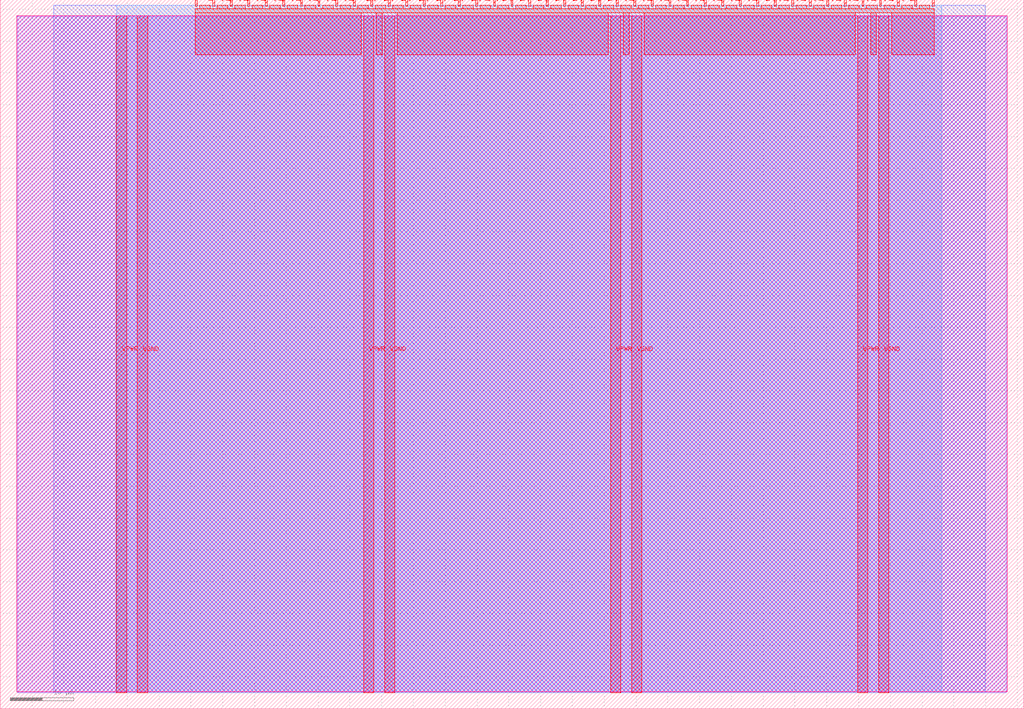
<source format=lef>
VERSION 5.7 ;
  NOWIREEXTENSIONATPIN ON ;
  DIVIDERCHAR "/" ;
  BUSBITCHARS "[]" ;
MACRO tt_um_technology_characterization
  CLASS BLOCK ;
  FOREIGN tt_um_technology_characterization ;
  ORIGIN 0.000 0.000 ;
  SIZE 161.000 BY 111.520 ;
  PIN VGND
    DIRECTION INOUT ;
    USE GROUND ;
    PORT
      LAYER met4 ;
        RECT 21.580 2.480 23.180 109.040 ;
    END
    PORT
      LAYER met4 ;
        RECT 60.450 2.480 62.050 109.040 ;
    END
    PORT
      LAYER met4 ;
        RECT 99.320 2.480 100.920 109.040 ;
    END
    PORT
      LAYER met4 ;
        RECT 138.190 2.480 139.790 109.040 ;
    END
  END VGND
  PIN VPWR
    DIRECTION INOUT ;
    USE POWER ;
    PORT
      LAYER met4 ;
        RECT 18.280 2.480 19.880 109.040 ;
    END
    PORT
      LAYER met4 ;
        RECT 57.150 2.480 58.750 109.040 ;
    END
    PORT
      LAYER met4 ;
        RECT 96.020 2.480 97.620 109.040 ;
    END
    PORT
      LAYER met4 ;
        RECT 134.890 2.480 136.490 109.040 ;
    END
  END VPWR
  PIN clk
    DIRECTION INPUT ;
    USE SIGNAL ;
    ANTENNAGATEAREA 0.852000 ;
    PORT
      LAYER met4 ;
        RECT 143.830 110.520 144.130 111.520 ;
    END
  END clk
  PIN ena
    DIRECTION INPUT ;
    USE SIGNAL ;
    ANTENNAGATEAREA 0.196500 ;
    PORT
      LAYER met4 ;
        RECT 146.590 110.520 146.890 111.520 ;
    END
  END ena
  PIN rst_n
    DIRECTION INPUT ;
    USE SIGNAL ;
    ANTENNAGATEAREA 0.196500 ;
    PORT
      LAYER met4 ;
        RECT 141.070 110.520 141.370 111.520 ;
    END
  END rst_n
  PIN ui_in[0]
    DIRECTION INPUT ;
    USE SIGNAL ;
    PORT
      LAYER met4 ;
        RECT 138.310 110.520 138.610 111.520 ;
    END
  END ui_in[0]
  PIN ui_in[1]
    DIRECTION INPUT ;
    USE SIGNAL ;
    PORT
      LAYER met4 ;
        RECT 135.550 110.520 135.850 111.520 ;
    END
  END ui_in[1]
  PIN ui_in[2]
    DIRECTION INPUT ;
    USE SIGNAL ;
    PORT
      LAYER met4 ;
        RECT 132.790 110.520 133.090 111.520 ;
    END
  END ui_in[2]
  PIN ui_in[3]
    DIRECTION INPUT ;
    USE SIGNAL ;
    PORT
      LAYER met4 ;
        RECT 130.030 110.520 130.330 111.520 ;
    END
  END ui_in[3]
  PIN ui_in[4]
    DIRECTION INPUT ;
    USE SIGNAL ;
    PORT
      LAYER met4 ;
        RECT 127.270 110.520 127.570 111.520 ;
    END
  END ui_in[4]
  PIN ui_in[5]
    DIRECTION INPUT ;
    USE SIGNAL ;
    PORT
      LAYER met4 ;
        RECT 124.510 110.520 124.810 111.520 ;
    END
  END ui_in[5]
  PIN ui_in[6]
    DIRECTION INPUT ;
    USE SIGNAL ;
    PORT
      LAYER met4 ;
        RECT 121.750 110.520 122.050 111.520 ;
    END
  END ui_in[6]
  PIN ui_in[7]
    DIRECTION INPUT ;
    USE SIGNAL ;
    PORT
      LAYER met4 ;
        RECT 118.990 110.520 119.290 111.520 ;
    END
  END ui_in[7]
  PIN uio_in[0]
    DIRECTION INPUT ;
    USE SIGNAL ;
    ANTENNAGATEAREA 0.196500 ;
    PORT
      LAYER met4 ;
        RECT 116.230 110.520 116.530 111.520 ;
    END
  END uio_in[0]
  PIN uio_in[1]
    DIRECTION INPUT ;
    USE SIGNAL ;
    ANTENNAGATEAREA 0.196500 ;
    PORT
      LAYER met4 ;
        RECT 113.470 110.520 113.770 111.520 ;
    END
  END uio_in[1]
  PIN uio_in[2]
    DIRECTION INPUT ;
    USE SIGNAL ;
    ANTENNAGATEAREA 0.196500 ;
    PORT
      LAYER met4 ;
        RECT 110.710 110.520 111.010 111.520 ;
    END
  END uio_in[2]
  PIN uio_in[3]
    DIRECTION INPUT ;
    USE SIGNAL ;
    ANTENNAGATEAREA 0.196500 ;
    PORT
      LAYER met4 ;
        RECT 107.950 110.520 108.250 111.520 ;
    END
  END uio_in[3]
  PIN uio_in[4]
    DIRECTION INPUT ;
    USE SIGNAL ;
    ANTENNAGATEAREA 0.196500 ;
    PORT
      LAYER met4 ;
        RECT 105.190 110.520 105.490 111.520 ;
    END
  END uio_in[4]
  PIN uio_in[5]
    DIRECTION INPUT ;
    USE SIGNAL ;
    PORT
      LAYER met4 ;
        RECT 102.430 110.520 102.730 111.520 ;
    END
  END uio_in[5]
  PIN uio_in[6]
    DIRECTION INPUT ;
    USE SIGNAL ;
    ANTENNAGATEAREA 0.196500 ;
    PORT
      LAYER met4 ;
        RECT 99.670 110.520 99.970 111.520 ;
    END
  END uio_in[6]
  PIN uio_in[7]
    DIRECTION INPUT ;
    USE SIGNAL ;
    ANTENNAGATEAREA 0.196500 ;
    PORT
      LAYER met4 ;
        RECT 96.910 110.520 97.210 111.520 ;
    END
  END uio_in[7]
  PIN uio_oe[0]
    DIRECTION OUTPUT ;
    USE SIGNAL ;
    PORT
      LAYER met4 ;
        RECT 49.990 110.520 50.290 111.520 ;
    END
  END uio_oe[0]
  PIN uio_oe[1]
    DIRECTION OUTPUT ;
    USE SIGNAL ;
    PORT
      LAYER met4 ;
        RECT 47.230 110.520 47.530 111.520 ;
    END
  END uio_oe[1]
  PIN uio_oe[2]
    DIRECTION OUTPUT ;
    USE SIGNAL ;
    PORT
      LAYER met4 ;
        RECT 44.470 110.520 44.770 111.520 ;
    END
  END uio_oe[2]
  PIN uio_oe[3]
    DIRECTION OUTPUT ;
    USE SIGNAL ;
    PORT
      LAYER met4 ;
        RECT 41.710 110.520 42.010 111.520 ;
    END
  END uio_oe[3]
  PIN uio_oe[4]
    DIRECTION OUTPUT ;
    USE SIGNAL ;
    PORT
      LAYER met4 ;
        RECT 38.950 110.520 39.250 111.520 ;
    END
  END uio_oe[4]
  PIN uio_oe[5]
    DIRECTION OUTPUT ;
    USE SIGNAL ;
    PORT
      LAYER met4 ;
        RECT 36.190 110.520 36.490 111.520 ;
    END
  END uio_oe[5]
  PIN uio_oe[6]
    DIRECTION OUTPUT ;
    USE SIGNAL ;
    PORT
      LAYER met4 ;
        RECT 33.430 110.520 33.730 111.520 ;
    END
  END uio_oe[6]
  PIN uio_oe[7]
    DIRECTION OUTPUT ;
    USE SIGNAL ;
    PORT
      LAYER met4 ;
        RECT 30.670 110.520 30.970 111.520 ;
    END
  END uio_oe[7]
  PIN uio_out[0]
    DIRECTION OUTPUT ;
    USE SIGNAL ;
    PORT
      LAYER met4 ;
        RECT 72.070 110.520 72.370 111.520 ;
    END
  END uio_out[0]
  PIN uio_out[1]
    DIRECTION OUTPUT ;
    USE SIGNAL ;
    PORT
      LAYER met4 ;
        RECT 69.310 110.520 69.610 111.520 ;
    END
  END uio_out[1]
  PIN uio_out[2]
    DIRECTION OUTPUT ;
    USE SIGNAL ;
    PORT
      LAYER met4 ;
        RECT 66.550 110.520 66.850 111.520 ;
    END
  END uio_out[2]
  PIN uio_out[3]
    DIRECTION OUTPUT ;
    USE SIGNAL ;
    PORT
      LAYER met4 ;
        RECT 63.790 110.520 64.090 111.520 ;
    END
  END uio_out[3]
  PIN uio_out[4]
    DIRECTION OUTPUT ;
    USE SIGNAL ;
    PORT
      LAYER met4 ;
        RECT 61.030 110.520 61.330 111.520 ;
    END
  END uio_out[4]
  PIN uio_out[5]
    DIRECTION OUTPUT ;
    USE SIGNAL ;
    PORT
      LAYER met4 ;
        RECT 58.270 110.520 58.570 111.520 ;
    END
  END uio_out[5]
  PIN uio_out[6]
    DIRECTION OUTPUT ;
    USE SIGNAL ;
    PORT
      LAYER met4 ;
        RECT 55.510 110.520 55.810 111.520 ;
    END
  END uio_out[6]
  PIN uio_out[7]
    DIRECTION OUTPUT ;
    USE SIGNAL ;
    PORT
      LAYER met4 ;
        RECT 52.750 110.520 53.050 111.520 ;
    END
  END uio_out[7]
  PIN uo_out[0]
    DIRECTION OUTPUT ;
    USE SIGNAL ;
    ANTENNADIFFAREA 0.445500 ;
    PORT
      LAYER met4 ;
        RECT 94.150 110.520 94.450 111.520 ;
    END
  END uo_out[0]
  PIN uo_out[1]
    DIRECTION OUTPUT ;
    USE SIGNAL ;
    ANTENNADIFFAREA 0.445500 ;
    PORT
      LAYER met4 ;
        RECT 91.390 110.520 91.690 111.520 ;
    END
  END uo_out[1]
  PIN uo_out[2]
    DIRECTION OUTPUT ;
    USE SIGNAL ;
    PORT
      LAYER met4 ;
        RECT 88.630 110.520 88.930 111.520 ;
    END
  END uo_out[2]
  PIN uo_out[3]
    DIRECTION OUTPUT ;
    USE SIGNAL ;
    PORT
      LAYER met4 ;
        RECT 85.870 110.520 86.170 111.520 ;
    END
  END uo_out[3]
  PIN uo_out[4]
    DIRECTION OUTPUT ;
    USE SIGNAL ;
    ANTENNAGATEAREA 0.990000 ;
    ANTENNADIFFAREA 2.009500 ;
    PORT
      LAYER met4 ;
        RECT 83.110 110.520 83.410 111.520 ;
    END
  END uo_out[4]
  PIN uo_out[5]
    DIRECTION OUTPUT ;
    USE SIGNAL ;
    ANTENNADIFFAREA 0.462000 ;
    PORT
      LAYER met4 ;
        RECT 80.350 110.520 80.650 111.520 ;
    END
  END uo_out[5]
  PIN uo_out[6]
    DIRECTION OUTPUT ;
    USE SIGNAL ;
    ANTENNADIFFAREA 0.891000 ;
    PORT
      LAYER met4 ;
        RECT 77.590 110.520 77.890 111.520 ;
    END
  END uo_out[6]
  PIN uo_out[7]
    DIRECTION OUTPUT ;
    USE SIGNAL ;
    ANTENNADIFFAREA 0.445500 ;
    PORT
      LAYER met4 ;
        RECT 74.830 110.520 75.130 111.520 ;
    END
  END uo_out[7]
  OBS
      LAYER nwell ;
        RECT 2.570 2.635 158.430 108.990 ;
      LAYER li1 ;
        RECT 2.760 2.635 158.240 108.885 ;
      LAYER met1 ;
        RECT 2.760 2.480 158.240 109.040 ;
      LAYER met2 ;
        RECT 8.380 2.535 154.920 110.685 ;
      LAYER met3 ;
        RECT 18.290 2.555 148.055 110.665 ;
      LAYER met4 ;
        RECT 31.370 110.120 33.030 110.665 ;
        RECT 34.130 110.120 35.790 110.665 ;
        RECT 36.890 110.120 38.550 110.665 ;
        RECT 39.650 110.120 41.310 110.665 ;
        RECT 42.410 110.120 44.070 110.665 ;
        RECT 45.170 110.120 46.830 110.665 ;
        RECT 47.930 110.120 49.590 110.665 ;
        RECT 50.690 110.120 52.350 110.665 ;
        RECT 53.450 110.120 55.110 110.665 ;
        RECT 56.210 110.120 57.870 110.665 ;
        RECT 58.970 110.120 60.630 110.665 ;
        RECT 61.730 110.120 63.390 110.665 ;
        RECT 64.490 110.120 66.150 110.665 ;
        RECT 67.250 110.120 68.910 110.665 ;
        RECT 70.010 110.120 71.670 110.665 ;
        RECT 72.770 110.120 74.430 110.665 ;
        RECT 75.530 110.120 77.190 110.665 ;
        RECT 78.290 110.120 79.950 110.665 ;
        RECT 81.050 110.120 82.710 110.665 ;
        RECT 83.810 110.120 85.470 110.665 ;
        RECT 86.570 110.120 88.230 110.665 ;
        RECT 89.330 110.120 90.990 110.665 ;
        RECT 92.090 110.120 93.750 110.665 ;
        RECT 94.850 110.120 96.510 110.665 ;
        RECT 97.610 110.120 99.270 110.665 ;
        RECT 100.370 110.120 102.030 110.665 ;
        RECT 103.130 110.120 104.790 110.665 ;
        RECT 105.890 110.120 107.550 110.665 ;
        RECT 108.650 110.120 110.310 110.665 ;
        RECT 111.410 110.120 113.070 110.665 ;
        RECT 114.170 110.120 115.830 110.665 ;
        RECT 116.930 110.120 118.590 110.665 ;
        RECT 119.690 110.120 121.350 110.665 ;
        RECT 122.450 110.120 124.110 110.665 ;
        RECT 125.210 110.120 126.870 110.665 ;
        RECT 127.970 110.120 129.630 110.665 ;
        RECT 130.730 110.120 132.390 110.665 ;
        RECT 133.490 110.120 135.150 110.665 ;
        RECT 136.250 110.120 137.910 110.665 ;
        RECT 139.010 110.120 140.670 110.665 ;
        RECT 141.770 110.120 143.430 110.665 ;
        RECT 144.530 110.120 146.190 110.665 ;
        RECT 30.655 109.440 146.905 110.120 ;
        RECT 30.655 102.855 56.750 109.440 ;
        RECT 59.150 102.855 60.050 109.440 ;
        RECT 62.450 102.855 95.620 109.440 ;
        RECT 98.020 102.855 98.920 109.440 ;
        RECT 101.320 102.855 134.490 109.440 ;
        RECT 136.890 102.855 137.790 109.440 ;
        RECT 140.190 102.855 146.905 109.440 ;
  END
END tt_um_technology_characterization
END LIBRARY


</source>
